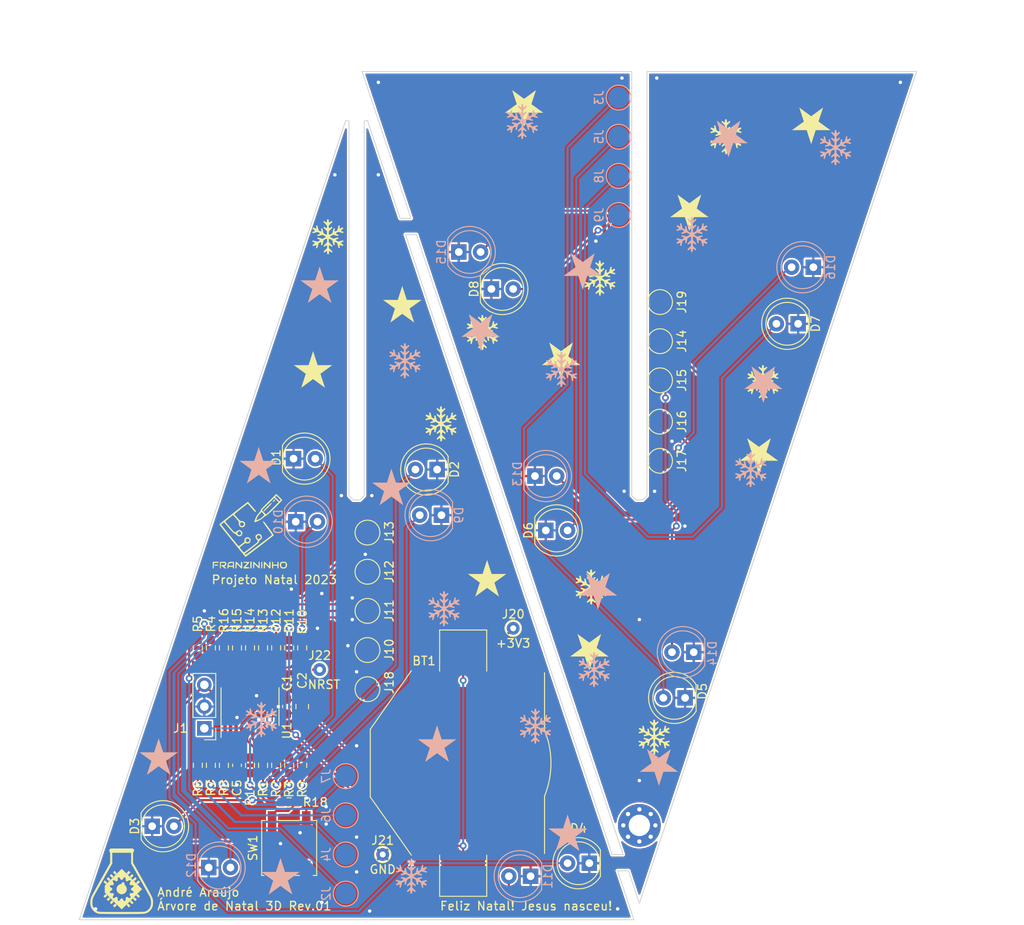
<source format=kicad_pcb>
(kicad_pcb (version 20221018) (generator pcbnew)
  (title_block (title "Projeto Natal 2023 - Árvore de Natal 3D") (date "2023-11-21") (rev "01") (company "Franzininho /  Mechatronix Lab") (comment 1 "Eng. André A. M. Araújo"))
  (layers (0 "F.Cu" signal) (31 "B.Cu" signal) (34 "B.Paste" user) (35 "F.Paste" user) (36 "B.SilkS" user "B.Silkscreen") (37 "F.SilkS" user "F.Silkscreen") (38 "B.Mask" user) (39 "F.Mask" user) (44 "Edge.Cuts" user))
  (net 0 "")
  (net 1 "+3V3")
  (net 2 "GND")
  (net 3 "LED1")
  (net 4 "Net-(U1-NRST{slash}PD7)")
  (net 5 "LED2")
  (net 6 "SWIO")
  (net 7 "LED3")
  (net 8 "Net-(U1-OSC_IN{slash}PA1)")
  (net 9 "LED4")
  (net 10 "Net-(U1-OSC_OUT{slash}PA2)")
  (net 11 "LED5")
  (net 12 "Net-(U1-PD0)")
  (net 13 "LED6")
  (net 14 "Net-(U1-PC3)")
  (net 15 "LED7")
  (net 16 "Net-(U1-PC4)")
  (net 17 "LED8")
  (net 18 "Net-(U1-PC5)")
  (net 19 "LED9")
  (net 20 "Net-(U1-PC6)")
  (net 21 "LED10")
  (net 22 "Net-(U1-PC7)")
  (net 23 "Net-(U1-PC0)")
  (net 24 "LED11")
  (net 25 "Net-(U1-PD2)")
  (net 26 "LED12")
  (net 27 "Net-(U1-PD3)")
  (net 28 "LED13")
  (net 29 "Net-(U1-PD4)")
  (net 30 "LED14")
  (net 31 "Net-(U1-PD5)")
  (net 32 "LED15")
  (net 33 "Net-(U1-PD6)")
  (net 34 "LED16")
  (net 35 "Net-(U1-PC1)")
  (net 36 "Net-(U1-PC2)")
  (net 37 "Net-(D5-A)")
  (net 38 "Net-(D6-A)")
  (net 39 "Net-(D7-A)")
  (net 40 "Net-(D8-A)")
  (net 41 "Net-(D13-A)")
  (net 42 "Net-(D14-A)")
  (net 43 "Net-(D15-A)")
  (net 44 "Net-(D16-A)")
  (footprint "TestPoint:TestPoint_Pad_D2.5mm" (layer "F.Cu") (at 185.293 78.994)
    (fp_text reference "J16")
    (fp_text value "TestPoint")
  )
  (footprint "Resistor_SMD:R_0603_1608Metric_Pad0.98x0.95mm_HandSolder" (layer "F.Cu") (at 137.414 119.126 90)
    (fp_text reference "R17")
    (fp_text value "10K")
  )
  (footprint "LED_THT:LED_D5.0mm" (layer "F.Cu") (at 142.494 83.312)
    (fp_text reference "D1")
    (fp_text value "LED R")
  )
  (footprint "LOGO" (layer "F.Cu") (at 178.308 62.23)
    (fp_text reference "G***" hide)
    (fp_text value "LOGO" hide)
  )
  (footprint "Resistor_SMD:R_0603_1608Metric_Pad0.98x0.95mm_HandSolder" (layer "F.Cu") (at 135.89 105.41 90)
    (fp_text reference "R15")
    (fp_text value "1K")
  )
  (footprint "TestPoint:TestPoint_Pad_D2.5mm" (layer "F.Cu") (at 151.13 105.664)
    (fp_text reference "J10")
    (fp_text value "TestPoint")
  )
  (footprint "LED_THT:LED_D5.0mm" (layer "F.Cu") (at 125.984 126.238)
    (fp_text reference "D3")
    (fp_text value "LED B")
  )
  (footprint "Capacitor_SMD:C_0603_1608Metric_Pad1.08x0.95mm_HandSolder" (layer "F.Cu") (at 141.732 112.268 -90)
    (fp_text reference "C1")
    (fp_text value "100nF")
  )
  (footprint "LOGO" (layer "F.Cu") (at 165.1 97.282)
    (fp_text reference "G***" hide)
    (fp_text value "LOGO" hide)
  )
  (footprint "Resistor_SMD:R_0603_1608Metric_Pad0.98x0.95mm_HandSolder" (layer "F.Cu") (at 141.986 105.41 90)
    (fp_text reference "R11")
    (fp_text value "1K")
  )
  (footprint "LED_THT:LED_D5.0mm" (layer "F.Cu") (at 201.422 67.564 180)
    (fp_text reference "D7")
    (fp_text value "LED B")
  )
  (footprint "LOGO" (layer "F.Cu") (at 202.946 44.45 180)
    (fp_text reference "G***" hide)
    (fp_text value "LOGO" hide)
  )
  (footprint "TestPoint:TestPoint_Pad_D2.5mm" (layer "F.Cu") (at 151.13 110.236)
    (fp_text reference "J18")
    (fp_text value "TestPoint")
  )
  (footprint "Resistor_SMD:R_0603_1608Metric_Pad0.98x0.95mm_HandSolder" (layer "F.Cu") (at 134.366 105.41 90)
    (fp_text reference "R16")
    (fp_text value "1K")
  )
  (footprint "Resistor_SMD:R_0603_1608Metric_Pad0.98x0.95mm_HandSolder" (layer "F.Cu") (at 134.366 119.126 90)
    (fp_text reference "R8")
    (fp_text value "1K")
  )
  (footprint "Battery:BatteryHolder_Keystone_3002_1x2032" (layer "F.Cu") (at 162.306 118.872 -90)
    (fp_text reference "BT1")
    (fp_text value "Battery_Cell")
  )
  (footprint "TestPoint:TestPoint_Pad_D2.5mm" (layer "F.Cu") (at 185.293 74.168)
    (fp_text reference "J15")
    (fp_text value "TestPoint")
  )
  (footprint "LOGO" (layer "F.Cu") (at 184.658 115.824)
    (fp_text reference "G***" hide)
    (fp_text value "LOGO" hide)
  )
  (footprint "TestPoint:TestPoint_THTPad_D1.5mm_Drill0.7mm" (layer "F.Cu") (at 145.542 107.95)
    (fp_text reference "J22")
    (fp_text value "NRST")
  )
  (footprint "Resistor_SMD:R_0603_1608Metric_Pad0.98x0.95mm_HandSolder" (layer "F.Cu") (at 132.842 105.41 -90)
    (fp_text reference "R4")
    (fp_text value "1K")
  )
  (footprint "Resistor_SMD:R_0603_1608Metric_Pad0.98x0.95mm_HandSolder" (layer "F.Cu") (at 138.938 105.41 90)
    (fp_text reference "R13")
    (fp_text value "1K")
  )
  (footprint "Resistor_SMD:R_0603_1608Metric_Pad0.98x0.95mm_HandSolder" (layer "F.Cu") (at 131.318 119.126 90)
    (fp_text reference "R6")
    (fp_text value "1K")
  )
  (footprint "LED_THT:LED_D5.0mm" (layer "F.Cu") (at 165.603 63.5)
    (fp_text reference "D8")
    (fp_text value "LED Y")
  )
  (footprint "TestPoint:TestPoint_Pad_D2.5mm" (layer "F.Cu") (at 151.13 101.092)
    (fp_text reference "J11")
    (fp_text value "TestPoint")
  )
  (footprint "LOGO" (layer "F.Cu") (at 164.592 68.58)
    (fp_text reference "G***" hide)
    (fp_text value "LOGO" hide)
  )
  (footprint "LED_THT:LED_D5.0mm" (layer "F.Cu") (at 177.038 130.556 180)
    (fp_text reference "D4")
    (fp_text value "LED Y")
  )
  (footprint "LED_THT:LED_D5.0mm" (layer "F.Cu") (at 159.263 84.582 180)
    (fp_text reference "D2")
    (fp_text value "LED G")
  )
  (footprint "LOGO" (layer "F.Cu") (at 177.038 105.918 180)
    (fp_text reference "G***" hide)
    (fp_text value "LOGO" hide)
  )
  (footprint "LED_THT:LED_D5.0mm" (layer "F.Cu") (at 171.958 91.694)
    (fp_text reference "D6")
    (fp_text value "LED G")
  )
  (footprint "Button_Switch_SMD:SW_Push_1P1T_NO_CK_KSC6xxJ" (layer "F.Cu") (at 141.986 128.778 -90)
    (fp_text reference "SW1")
    (fp_text value "SW_Push")
  )
  (footprint "Resistor_SMD:R_0603_1608Metric_Pad0.98x0.95mm_HandSolder" (layer "F.Cu") (at 138.938 119.126 90)
    (fp_text reference "R1")
    (fp_text value "1K")
  )
  (footprint "TestPoint:TestPoint_Pad_D2.5mm" (layer "F.Cu") (at 151.13 96.52)
    (fp_text reference "J12")
    (fp_text value "TestPoint")
  )
  (footprint "Connector_PinHeader_2.54mm:PinHeader_1x03_P2.54mm_Vertical" (layer "F.Cu") (at 132.08 114.808 180)
    (fp_text reference "J1")
    (fp_text value "Conn_01x03_Pin")
  )
  (footprint "Resistor_SMD:R_0603_1608Metric_Pad0.98x0.95mm_HandSolder" (layer "F.Cu") (at 140.462 105.41 90)
    (fp_text reference "R12")
    (fp_text value "1K")
  )
  (footprint "LOGO" (layer "F.Cu") (at 137.414 91.948)
    (fp_text reference "G***" hide)
    (fp_text value "LOGO" hide)
  )
  (footprint "LOGO" (layer "F.Cu") (at 188.722 54.61 180)
    (fp_text reference "G***" hide)
    (fp_text value "LOGO" hide)
  )
  (footprint "LOGO" (layer "F.Cu") (at 146.558 57.404)
    (fp_text reference "G***" hide)
    (fp_text value "LOGO" hide)
  )
  (footprint "Resistor_SMD:R_0603_1608Metric_Pad0.98x0.95mm_HandSolder" (layer "F.Cu") (at 141.986 123.444 180)
    (fp_text reference "R18")
    (fp_text value "10K")
  )
  (footprint "TestPoint:TestPoint_Pad_D2.5mm" (layer "F.Cu") (at 185.293 69.596)
    (fp_text reference "J14")
    (fp_text value "TestPoint")
  )
  (footprint "Capacitor_SMD:C_0805_2012Metric_Pad1.18x1.45mm_HandSolder" (layer "F.Cu") (at 143.51 112.268 90)
    (fp_text reference "C2")
    (fp_text value "10uF")
  )
  (footprint "LOGO" (layer "F.Cu") (at 196.85 83.058 180)
    (fp_text reference "G***" hide)
    (fp_text value "LOGO" hide)
  )
  (footprint "Resistor_SMD:R_0603_1608Metric_Pad0.98x0.95mm_HandSolder" (layer "F.Cu") (at 131.318 105.41 -90)
    (fp_text reference "R5")
    (fp_text value "1K")
  )
  (footprint "LOGO" (layer "F.Cu") (at 155.194 65.278)
    (fp_text reference "G***" hide)
    (fp_text value "LOGO" hide)
  )
  (footprint "LOGO" (layer "F.Cu") (at 169.418 42.418 180)
    (fp_text reference "G***" hide)
    (fp_text value "LOGO" hide)
  )
  (footprint "LOGO" (layer "F.Cu") (at 173.736 71.882 180)
    (fp_text reference "G***" hide)
    (fp_text value "LOGO" hide)
  )
  (footprint "Package_SO:TSSOP-20_4.4x6.5mm_P0.65mm" (layer "F.Cu") (at 137.414 112.268 90)
    (fp_text reference "U1")
    (fp_text value "CH32V003F4P6")
  )
  (footprint "Resistor_SMD:R_0603_1608Metric_Pad0.98x0.95mm_HandSolder" (layer "F.Cu") (at 140.462 119.126 90)
    (fp_text reference "R2")
    (fp_text value "1K")
  )
  (footprint "Resistor_SMD:R_0603_1608Metric_Pad0.98x0.95mm_HandSolder" (layer "F.Cu") (at 141.986 119.126 90)
    (fp_text reference "R3")
    (fp_text value "1K")
  )
  (footprint "LOGO" (layer "F.Cu") (at 177.292 98.298)
    (fp_text reference "G***" hide)
    (fp_text value "LOGO" hide)
  )
  (footprint "Resistor_SMD:R_0603_1608Metric_Pad0.98x0.95mm_HandSolder" (layer "F.Cu") (at 132.842 119.126 90)
    (fp_text reference "R7")
    (fp_text value "1K")
  )
  (footprint "TestPoint:TestPoint_Pad_D2.5mm" (layer "F.Cu") (at 185.293 83.566)
    (fp_text reference "J17")
    (fp_text value "TestPoint")
  )
  (footprint "TestPoint:TestPoint_THTPad_D1.5mm_Drill0.7mm" (layer "F.Cu") (at 152.908 129.54)
    (fp_text reference "J21")
    (fp_text value "GND")
  )
  (footprint "TestPoint:TestPoint_Pad_D2.5mm" (layer "F.Cu") (at 185.293 65.024)
    (fp_text reference "J19")
    (fp_text value "TestPoint")
  )
  (footprint "Resistor_SMD:R_0603_1608Metric_Pad0.98x0.95mm_HandSolder" (layer "F.Cu") (at 143.51 119.126 -90)
    (fp_text reference "R9")
    (fp_text value "1K")
  )
  (footprint "LED_THT:LED_D5.0mm" (layer "F.Cu") (at 188.219 111.252 180)
    (fp_text reference "D5")
    (fp_text value "LED R")
  )
  (footprint "Resistor_SMD:R_0603_1608Metric_Pad0.98x0.95mm_HandSolder" (layer "F.Cu") (at 143.51 105.41 90)
    (fp_text reference "R10")
    (fp_text value "1K")
  )
  (footprint "LOGO" (layer "F.Cu") (at 193.04 45.72)
    (fp_text reference "G***" hide)
    (fp_text value "LOGO" hide)
  )
  (footprint "LOGO" (layer "F.Cu") (at 197.358 74.422)
    (fp_text reference "G***" hide)
    (fp_text value "LOGO" hide)
  )
  (footprint "TestPoint:TestPoint_THTPad_D1.5mm_Drill0.7mm" (layer "F.Cu") (at 168.148 103.124)
    (fp_text reference "J20")
    (fp_text value "+3V3")
  )
  (footprint "TestPoint:TestPoint_Pad_D2.5mm" (layer "F.Cu") (at 151.13 91.948)
    (fp_text reference "J13")
    (fp_text value "TestPoint")
  )
  (footprint "MountingHole:MountingHole_2.5mm_Pad_Via" (layer "F.Cu") (at 182.88 126.141)
    (fp_text reference "H1" hide)
    (fp_text value "MountingHole")
  )
  (footprint "LOGO" (layer "F.Cu") (at 159.766 79.248)
    (fp_text reference "G***" hide)
    (fp_text value "LOGO" hide)
  )
  (footprint "Capacitor_SMD:C_0603_1608Metric_Pad1.08x0.95mm_HandSolder" (layer "F.Cu") (at 135.89 119.126 90)
    (fp_text reference "C5")
    (fp_text value "100nF")
  )
  (footprint "LOGO" (layer "F.Cu") (at 144.78 72.898)
    (fp_text reference "G***" hide)
    (fp_text value "LOGO" hide)
  )
  (footprint "LOGO" (layer "F.Cu") (at 122.428 133.096)
    (fp_text reference "G***" hide)
    (fp_text value "LOGO" hide)
  )
  (footprint "Resistor_SMD:R_0603_1608Metric_Pad0.98x0.95mm_HandSolder" (layer "F.Cu") (at 137.414 105.41 90)
    (fp_text reference "R14")
    (fp_text value "1K")
  )
  (footprint "LOGO" (layer "B.Cu") (at 177.546 107.95 180)
    (fp_text reference "G***" hide)
    (fp_text value "LOGO" hide)
  )
  (footprint "LOGO" (layer "B.Cu") (at 145.542 62.992 180)
    (fp_text reference "G***" hide)
    (fp_text value "LOGO" hide)
  )
  (footprint "LOGO" (layer "B.Cu") (at 126.746 118.11 180)
    (fp_text reference "G***" hide)
    (fp_text value "LOGO" hide)
  )
  (footprint "LOGO" (layer "B.Cu") (at 138.43 84.074 180)
    (fp_text reference "G***" hide)
    (fp_text value "LOGO" hide)
  )
  (footprint "TestPoint:TestPoint_Pad_D2.5mm" (layer "B.Cu") (at 180.467 54.864 180)
    (fp_text reference "J9")
    (fp_text value "TestPoint")
  )
  (footprint "LOGO" (layer "B.Cu") (at 205.74 46.99 180)
    (fp_text reference "G***" hide)
    (fp_text value "LOGO" hide)
  )
  (footprint "LOGO" (layer "B.Cu") (at 156.21 132.08 180)
    (fp_text reference "G***" hide)
    (fp_text value "LOGO" hide)
  )
  (footprint "LOGO" (layer "B.Cu") (at 159.258 116.586 180)
    (fp_text reference "G***" hide)
    (fp_text value "LOGO" hide)
  )
  (footprint "LOGO" (layer "B.Cu") (at 197.358 74.676)
    (fp_text reference "G***" hide)
    (fp_text value "LOGO" hide)
  )
  (footprint "LOGO" (layer "B.Cu") (at 185.166 119.38)
    (fp_text reference "G***" hide)
    (fp_text value "LOGO" hide)
  )
  (footprint "TestPoint:TestPoint_Pad_D2.5mm" (layer "B.Cu") (at 148.59 120.396 180)
    (fp_text reference "J7")
    (fp_text value "TestPoint")
  )
  (footprint "LOGO" (layer "B.Cu") (at 173.736 72.898 180)
    (fp_text reference "G***" hide)
    (fp_text value "LOGO" hide)
  )
  (footprint "TestPoint:TestPoint_Pad_D2.5mm" (layer "B.Cu") (at 148.59 124.968 180)
    (fp_text reference "J6")
    (fp_text value "TestPoint")
  )
  (footprint "LOGO" (layer "B.Cu") (at 155.448 71.882 180)
    (fp_text reference "G***" hide)
    (fp_text value "LOGO" hide)
  )
  (footprint "TestPoint:TestPoint_Pad_D2.5mm" (layer "B.Cu") (at 180.467 50.292 180)
    (fp_text reference "J8")
    (fp_text value "TestPoint")
  )
  (footprint "LED_THT:LED_D5.0mm" (layer "B.Cu") (at 170.688 85.344)
    (fp_text reference "D13")
    (fp_text value "LED R")
  )
  (footprint "LED_THT:LED_D5.0mm" (layer "B.Cu") (at 132.588 131.064)
    (fp_text reference "D12")
    (fp_text value "LED Y")
  )
  (footprint "LED_THT:LED_D5.0mm" (layer "B.Cu") (at 189.23 105.918 180)
    (fp_text reference "D14")
    (fp_text value "LED G")
  )
  (footprint "LOGO" (layer "B.Cu") (at 140.97 132.08 180)
    (fp_text reference "G***" hide)
    (fp_text value "LOGO" hide)
  )
  (footprint "TestPoint:TestPoint_Pad_D2.5mm" (layer "B.Cu") (at 148.59 129.54 180)
    (fp_text reference "J4")
    (fp_text value "TestPoint")
  )
  (footprint "LOGO" (layer "B.Cu") (at 195.834 84.582 180)
    (fp_text reference "G***" hide)
    (fp_text value "LOGO" hide)
  )
  (footprint "LED_THT:LED_D5.0mm" (layer "B.Cu") (at 203.2 60.96 180)
    (fp_text reference "D16")
    (fp_text value "LED Y")
  )
  (footprint "LED_THT:LED_D5.0mm" (layer "B.Cu") (at 161.798 59.182)
    (fp_text reference "D15")
    (fp_text value "LED B")
  )
  (footprint "TestPoint:TestPoint_Pad_D2.5mm" (layer "B.Cu") (at 148.59 134.112 180)
    (fp_text reference "J2")
    (fp_text value "TestPoint")
  )
  (footprint "LOGO" (layer "B.Cu") (at 160.02 100.838 180)
    (fp_text reference "G***" hide)
    (fp_text value "LOGO" hide)
  )
  (footprint "LOGO" (layer "B.Cu") (at 170.688 114.554 180)
    (fp_text reference "G***" hide)
    (fp_text value "LOGO" hide)
  )
  (footprint "LED_THT:LED_D5.0mm" (layer "B.Cu") (at 170.18 132.08 180)
    (fp_text reference "D11")
    (fp_text value "LED B")
  )
  (footprint "LOGO" (layer "B.Cu") (at 164.338 68.58)
    (fp_text reference "G***" hide)
    (fp_text value "LOGO" hide)
  )
  (footprint "LOGO" (layer "B.Cu") (at 169.164 43.942 180)
    (fp_text reference "G***" hide)
    (fp_text value "LOGO" hide)
  )
  (footprint "TestPoint:TestPoint_Pad_D2.5mm" (layer "B.Cu") (at 180.467 41.148 180)
    (fp_text reference "J3")
    (fp_text value "TestPoint")
  )
  (footprint "TestPoint:TestPoint_Pad_D2.5mm" (layer "B.Cu") (at 180.467 45.72 180)
    (fp_text reference "J5")
    (fp_text value "TestPoint")
  )
  (footprint "LED_THT:LED_D5.0mm" (layer "B.Cu") (at 142.748 90.678)
    (fp_text reference "D10")
    (fp_text value "LED G")
  )
  (footprint "LOGO" (layer "B.Cu") (at 174.498 127 180)
    (fp_text reference "G***" hide)
    (fp_text value "LOGO" hide)
  )
  (footprint "LOGO" (layer "B.Cu") (at 193.294 45.974)
    (fp_text reference "G***" hide)
    (fp_text value "LOGO" hide)
  )
  (footprint "LOGO" (layer "B.Cu") (at 153.924 86.614 180)
    (fp_text reference "G***" hide)
    (fp_text value "LOGO" hide)
  )
  (footprint "LOGO" (layer "B.Cu") (at 178.054 98.806)
    (fp_text reference "G***" hide)
    (fp_text value "LOGO" hide)
  )
  (footprint "LED_THT:LED_D5.0mm" (layer "B.Cu") (at 159.771 89.916 180)
    (fp_text reference "D9")
    (fp_text value "LED R")
  )
  (footprint "LOGO" (layer "B.Cu") (at 176.276 61.468)
    (fp_text reference "G***" hide)
    (fp_text value "LOGO" hide)
  )
  (footprint "LOGO" (layer "B.Cu") (at 188.976 57.15 180)
    (fp_text reference "G***" hide)
    (fp_text value "LOGO" hide)
  )
  (footprint "LOGO" (layer "B.Cu") (at 138.684 113.792 180)
    (fp_text reference "G***" hide)
    (fp_text value "LOGO" hide)
  )
  (gr_poly (pts (xy 155.575 57.15) (xy 156.845 57.15) (xy 180.975 129.54) (xy 179.705 129.54)) (stroke (width 0.1)) (fill none) (layer "Edge.Cuts"))
  (gr_poly (pts (xy 181.61 131.445) (xy 180.34 131.445) (xy 182.245 137.16) (xy 117.475 137.16) (xy 148.59 43.815) (xy 148.844 43.815) (xy 148.971 43.942) (xy 148.971 87.63) (xy 149.479 88.138) (xy 150.241 88.138) (xy 150.749 87.63) (xy 150.749 43.942) (xy 150.876 43.815) (xy 151.13 43.815) (xy 154.94 55.245) (xy 156.21 55.245) (xy 150.495 38.1) (xy 181.991 38.1) (xy 181.991 87.63) (xy 182.499 88.138) (xy 183.261 88.138) (xy 183.769 87.63) (xy 183.769 38.1) (xy 215.265 38.1) (xy 182.88 135.255)) (stroke (width 0.1)) (fill none) (layer "Edge.Cuts"))
  (gr_text "Feliz Natal! Jesus nasceu!" (at 159.512 136.144) (layer "F.SilkS") (effects (font (size 1 1)) (justify left bottom)))
  (gr_text "André Araújo\nÁrvore de Natal 3D Rev.01" (at 126.492 136.144) (layer "F.SilkS") (effects (font (size 1 1)) (justify left bottom)))
  (gr_text "Projeto Natal 2023" (at 132.842 98.044) (layer "F.SilkS") (effects (font (size 1 1)) (justify left bottom)))
  (segment (start 167.232 104.04) (end 168.148 103.124) (width 0.25) (layer "F.Cu") (net 1))
  (segment (start 137.414 121.412) (end 139.446 123.444) (width 0.25) (layer "F.Cu") (net 1))
  (segment (start 163.068 104.04) (end 167.232 104.04) (width 0.25) (layer "F.Cu") (net 1))
  (segment (start 151.892 120.524396) (end 144.397604 113.03) (width 0.25) (layer "F.Cu") (net 1))
  (segment (start 140.462 113.03) (end 139.7 113.792) (width 0.25) (layer "F.Cu") (net 1))
  (segment (start 139.446 123.444) (end 141.0735 123.444) (width 0.25) (layer "F.Cu") (net 1))
  (segment (start 162.306 131.672) (end 162.306 128.524) (width 0.25) (layer "F.Cu") (net 1))
  (segment (start 151.892 122.682) (end 151.892 120.524396) (width 0.25) (layer "F.Cu") (net 1))
  (segment (start 139.689 113.803) (end 139.689 115.1305) (width 0.25) (layer "F.Cu") (net 1))
  (segment (start 162.306 109.22) (end 162.306 106.072) (width 0.25) (layer "F.Cu") (net 1))
  (segment (start 162.306 128.524) (end 157.734 128.524) (width 0.25) (layer "F.Cu") (net 1))
  (segment (start 137.414 121.412) (end 137.414 120.0385) (width 0.25) (layer "F.Cu") (net 1))
  (segment (start 157.734 128.524) (end 151.892 122.682) (width 0.25) (layer "F.Cu") (net 1))
  (segment (start 139.7 113.792) (end 139.689 113.803) (width 0.25) (layer "F.Cu") (net 1))
  (segment (start 144.397604 113.03) (end 140.462 113.03) (width 0.25) (layer "F.Cu") (net 1))
  (via (at 162.306 128.524) (size 0.8) (drill 0.4) (layers "F.Cu" "B.Cu") (net 1))
  (via (at 137.414 121.412) (size 0.8) (drill 0.4) (layers "F.Cu" "B.Cu") (net 1))
  (via (at 139.7 113.792) (size 0.8) (drill 0.4) (layers "F.Cu" "B.Cu") (net 1))
  (via (at 162.306 109.22) (size 0.8) (drill 0.4) (layers "F.Cu" "B.Cu") (net 1))
  (segment (start 138.938 113.03) (end 139.7 113.792) (width 0.25) (layer "B.Cu") (net 1))
  (segment (start 162.306 128.524) (end 162.306 109.22) (width 0.25) (layer "B.Cu") (net 1))
  (segment (start 132.08 114.808) (end 136.144 114.808) (width 0.25) (layer "B.Cu") (net 1))
  (segment (start 137.922 113.03) (end 138.938 113.03) (width 0.25) (layer "B.Cu") (net 1))
  (segment (start 137.414 121.412) (end 137.414 116.078) (width 0.25) (layer "B.Cu") (net 1))
  (segment (start 137.414 116.078) (end 139.7 113.792) (width 0.25) (layer "B.Cu") (net 1))
  (segment (start 136.144 114.808) (end 137.922 113.03) (width 0.25) (layer "B.Cu") (net 1))
  (segment (start 143.256 111.2305) (end 143.5315 111.506) (width 0.25) (layer "F.Cu") (net 2))
  (segment (start 140.716 111.506) (end 142.9805 111.506) (width 0.25) (layer "F.Cu") (net 2))
  (segment (start 142.748 89.164) (end 142.753 89.159) (width 0.25) (layer "F.Cu") (net 2))
  (segment (start 191.262 96.012) (end 191.262 70.358) (width 0.25) (layer "F.Cu") (net 2))
  (segment (start 191.008 68.983794) (end 193.189794 66.802) (width 0.25) (layer "F.Cu") (net 2))
  (segment (start 155.194 56.642) (end 154.686 57.15) (width 0.25) (layer "F.Cu") (net 2))
  (segment (start 132.588 133.604) (end 135.128 136.144) (width 0.25) (layer "F.Cu") (net 2))
  (segment (start 171.958 97.282) (end 171.958 88.646) (width 0.25) (layer "F.Cu") (net 2))
  (segment (start 201.676 63.246) (end 202.946 63.246) (width 0.25) (layer "F.Cu") (net 2))
  (segment (start 200.66 63.246) (end 201.676 63.246) (width 0.25) (layer "F.Cu") (net 2))
  (segment (start 143.5315 111.506) (end 143.7855 111.252) (width 0.25) (layer "F.Cu") (net 2))
  (segment (start 151.13 110.236) (end 150.114 111.252) (width 0.25) (layer "F.Cu") (net 2))
  (segment (start 189.23 103.632) (end 191.135 101.727) (width 0.25) (layer "F.Cu") (net 2))
  (segment (start 162.56 115.47) (end 162.46 115.57) (width 0.25) (layer "F.Cu") (net 2))
  (segment (start 177.038 126.238) (end 176.022 125.222) (width 0.25) (layer "F.Cu") (net 2))
  (segment (start 191.135 96.139) (end 191.262 96.012) (width 0.25) (layer "F.Cu") (net 2))
  (segment (start 135.128 136.144) (end 151.384 136.144) (width 0.25) (layer "F.Cu") (net 2))
  (segment (start 189.23 105.156) (end 189.23 106.934) (width 0.25) (layer "F.Cu") (net 2))
  (segment (start 191.008 69.088) (end 191.008 68.983794) (width 0.25) (layer "F.Cu") (net 2))
  (segment (start 188.722 108.458) (end 187.071 108.458) (width 0.25) (layer "F.Cu") (net 2))
  (segment (start 165.608 63.505) (end 165.603 63.5) (width 0.25) (layer "F.Cu") (net 2))
  (segment (start 169.164 136.144) (end 170.18 135.128) (width 0.25) (layer "F.Cu") (net 2))
  (segment (start 197.104 66.802) (end 200.66 63.246) (width 0.25) (layer "F.Cu") (net 2))
  (segment (start 188.219 111.252) (end 188.214 111.247) (width 0.25) (layer "F.Cu") (net 2))
  (segment (start 177.038 130.556) (end 177.038 126.238) (width 0.25) (layer "F.Cu") (net 2))
  (segment (start 171.704 128.524) (end 171.704 125.222) (width 0.25) (layer "F.Cu") (net 2))
  (segment (start 170.18 130.048) (end 171.704 128.524) (width 0.25) (layer "F.Cu") (net 2))
  (segment (start 159.258 76.835) (end 159.258 87.376) (width 0.25) (layer "F.Cu") (net 2))
  (segment (start 161.798 62.23) (end 161.798 57.658) (width 0.25) (layer "F.Cu") (net 2))
  (segment (start 149.352 115.57) (end 145.034 111.252) (width 0.25) (layer "F.Cu") (net 2))
  (segment (start 187.071 108.458) (end 178.181 99.568) (width 0.25) (layer "F.Cu") (net 2))
  (segment (start 150.114 111.252) (end 143.7855 111.252) (width 0.25) (layer "F.Cu") (net 2))
  (segment (start 138.43 113.792) (end 140.716 111.506) (width 0.25) (layer "F.Cu") (net 2))
  (segment (start 189.992 69.088) (end 191.008 69.088) (width 0.25) (layer "F.Cu") (net 2))
  (segment (start 171.704 125.222) (end 171.704 124.714) (width 0.25) (layer "F.Cu") (net 2))
  (segment (start 202.946 63.246) (end 203.2 62.992) (width 0.25) (layer "F.Cu") (net 2))
  (segment (start 170.18 130.048) (end 170.18 132.08) (width 0.25) (layer "F.Cu") (net 2))
  (segment (start 154.686 72.263) (end 159.258 76.835) (width 0.25) (layer "F.Cu") (net 2))
  (segment (start 189.23 106.934) (end 189.23 103.632) (width 0.25) (layer "F.Cu") (net 2))
  (segment (start 201.422 67.564) (end 201.422 63.5) (width 0.25) (layer "F.Cu") (net 2))
  (segment (start 151.384 136.144) (end 169.164 136.144) (width 0.25) (layer "F.Cu") (net 2))
  (segment (start 188.214 108.966) (end 189.23 107.95) (width 0.25) (layer "F.Cu") (net 2))
  (segment (start 161.798 57.658) (end 160.782 56.642) (width 0.25) (layer "F.Cu") (net 2))
  (segment (start 159.258 87.376) (end 159.766 87.884) (width 0.25) (layer "F.Cu") (net 2))
  (segment (start 171.704 124.714) (end 162.56 115.57) (width 0.25) (layer "F.Cu") (net 2))
  (segment (start 189.992 69.088) (end 188.087 67.183) (width 0.25) (layer "F.Cu") (net 2))
  (segment (start 201.422 63.5) (end 201.676 63.246) (width 0.25) (layer "F.Cu") (net 2))
  (segment (start 189.23 107.95) (end 188.722 108.458) (width 0.25) (layer "F.Cu") (net 2))
  (segment (start 142.494 88.9) (end 142.753 89.159) (width 0.25) (layer "F.Cu") (net 2))
  (segment (start 188.214 111.247) (end 188.214 108.966) (width 0.25) (layer "F.Cu") (net 2))
  (segment (start 165.608 67.056) (end 165.608 63.505) (width 0.25) (layer "F.Cu") (net 2))
  (segment (start 203.2 62.992) (end 203.2 60.96) (width 0.25) (layer "F.Cu") (net 2))
  (segment (start 142.753 89.159) (end 146.06 85.852) (width 0.25) (layer "F.Cu") (net 2))
  (segment (start 148.725 88.517) (end 150.995 88.517) (width 0.25) (layer "F.Cu") (net 2))
  (segment (start 163.068 63.5) (end 161.798 62.23) (width 0.25) (layer "F.Cu") (net 2))
  (segment (start 191.135 101.727) (end 191.135 96.139) (width 0.25) (layer "F.Cu") (net 2))
  (segment (start 174.244 99.568) (end 171.958 97.282) (width 0.25) (layer "F.Cu") (net 2))
  (segment (start 160.782 56.642) (end 155.194 56.642) (width 0.25) (layer "F.Cu") (net 2))
  (segment (start 146.06 85.852) (end 148.725 88.517) (width 0.25) (layer "F.Cu") (net 2))
  (segment (start 162.56 115.57) (end 162.56 115.47) (width 0.25) (layer "F.Cu") (net 2))
  (segment (start 185.928 65.024) (end 188.087 67.183) (width 0.25) (layer "F.Cu") (net 2))
  (segment (start 189.23 106.934) (end 189.23 107.95) (width 0.25) (layer "F.Cu") (net 2))
  (segment (start 154.686 57.15) (end 154.686 72.263) (width 0.25) (layer "F.Cu") (net 2))
  (segment (start 165.603 63.5) (end 163.068 63.5) (width 0.25) (layer "F.Cu") (net 2))
  (segment (start 170.688 72.136) (end 165.608 67.056) (width 0.25) (layer "F.Cu") (net 2))
  (segment (start 138.389 113.833) (end 138.43 113.792) (width 0.25) (layer "F.Cu") (net 2))
  (segment (start 178.181 99.568) (end 174.244 99.568) (width 0.25) (layer "F.Cu") (net 2))
  (segment (start 171.958 88.646) (end 170.688 87.376) (width 0.25) (layer "F.Cu") (net 2))
  (segment (start 150.995 88.517) (end 153.66 85.852) (width 0.25) (layer "F.Cu") (net 2))
  (segment (start 135.89 121.412) (end 135.89 119.9885) (width 0.25) (layer "F.Cu") (net 2))
  (segment (start 142.494 83.312) (end 142.494 88.9) (width 0.25) (layer "F.Cu") (net 2))
  (segment (start 142.748 90.678) (end 142.748 89.164) (width 0.25) (layer "F.Cu") (net 2))
  (segment (start 162.46 115.57) (end 149.352 115.57) (width 0.25) (layer "F.Cu") (net 2))
  (segment (start 176.022 125.222) (end 171.704 125.222) (width 0.25) (layer "F.Cu") (net 2))
  (segment (start 170.18 135.128) (end 170.18 132.08) (width 0.25) (layer "F.Cu") (net 2))
  (segment (start 132.588 131.064) (end 132.588 133.604) (width 0.25) (layer "F.Cu") (net 2))
  (segment (start 138.389 115.1305) (end 138.389 113.833) (width 0.25) (layer "F.Cu") (net 2))
  (segment (start 170.688 87.376) (end 170.688 72.136) (width 0.25) (layer "F.Cu") (net 2))
  (segment (start 159.766 87.884) (end 159.766 101.6) (width 0.25) (layer "F.Cu") (net 2))
  (segment (start 193.189794 66.802) (end 197.104 66.802) (width 0.25) (layer "F.Cu") (net 2))
  (segment (start 145.034 111.252) (end 143.7855 111.252) (width 0.25) (layer "F.Cu") (net 2))
  (segment (start 159.766 101.6) (end 151.13 110.236) (width 0.25) (layer "F.Cu") (net 2))
  (segment (start 191.262 70.358) (end 189.992 69.088) (width 0.25) (layer "F.Cu") (net 2))
  (segment (start 142.9805 111.506) (end 143.256 111.2305) (width 0.25) (layer "F.Cu") (net 2))
  (segment (start 165.608 63.495) (end 165.603 63.5) (width 0.25) (layer "F.Cu") (net 2))
  (via (at 144.018 122.936) (size 0.8) (drill 0.4) (layers "F.Cu" "B.Cu") (net 2))
  (via (at 119.38 135.89) (size 0.8) (drill 0.4) (layers "F.Cu" "B.Cu") (net 2))
  (via (at 182.88 102.108) (size 0.8) (drill 0.4) (layers "F.Cu" "B.Cu") (net 2))
  (via (at 149.86 127.508) (size 0.8) (drill 0.4) (layers "F.Cu" "B.Cu") (net 2))
  (via (at 149.86 131.572) (size 0.8) (drill 0.4) (layers "F.Cu" "B.Cu") (net 2))
  (via (at 147.32 50.165) (size 0.8) (drill 0.4) (layers "F.Cu" "B.Cu") (net 2))
  (via (at 151.384 136.144) (size 0.8) (drill 0.4) (layers "F.Cu" "B.Cu") (net 2))
  (via (at 181.102 87.122) (size 0.8) (drill 0.4) (layers "F.Cu" "B.Cu") (net 2))
  (via (at 138.43 113.792) (size 0.8) (drill 0.4) (layers "F.Cu" "B.Cu") (net 2))
  (via (at 149.352 102.108) (size 0.8) (drill 0.4) (layers "F.Cu" "B.Cu") (net 2))
  (via (at 132.08 101.092) (size 0.8) (drill 0.4) (layers "F.Cu" "B.Cu") (net 2))
  (via (at 143.256 127) (size 0.8) (drill 0.4) (layers "F.Cu" "B.Cu") (net 2))
  (via (at 140.716 112.268) (size 0.8) (drill 0.4) (layers "F.Cu" "B.Cu") (net 2))
  (via (at 138.176 110.998) (size 0.8) (drill 0.4) (layers "F.Cu" "B.Cu") (net 2))
  (via (at 149.86 116.84) (size 0.8) (drill 0.4) (layers "F.Cu" "B.Cu") (net 2))
  (via (at 145.796 135.128) (size 0.8) (drill 0.4) (layers "F.Cu" "B.Cu") (net 2))
  (via (at 146.304 123.952) (size 0.8) (drill 0.4) (layers "F.Cu" "B.Cu") (net 2))
  (via (at 184.912 38.862) (size 0.8) (drill 0.4) (layers "F.Cu" "B.Cu") (net 2))
  (via (at 152.4 39.37) (size 0.8) (drill 0.4) (layers "F.Cu" "B.Cu") (net 2))
  (via (at 145.796 99.06) (size 0.8) (drill 0.4) (layers "F.Cu" "B.Cu") (net 2))
  (via (at 149.86 108.204) (size 0.8) (drill 0.4) (layers "F.Cu" "B.Cu") (net 2))
  (via (at 182.88 120.904) (size 0.8) (drill 0.4) (layers "F.Cu" "B.Cu") (net 2))
  (via (at 140.97 128.27) (size 0.8) (drill 0.4) (layers "F.Cu" "B.Cu") (net 2))
  (via (at 148.082 87.63) (size 0.8) (drill 0.4) (layers "F.Cu" "B.Cu") (net 2))
  (via (at 186.69 81.28) (size 0.8) (drill 0.4) (layers "F.Cu" "B.Cu") (net 2))
  (via (at 149.352 99.568) (size 0.8) (drill 0.4) (layers "F.Cu" "B.Cu") (net 2))
  (via (at 184.658 87.122) (size 0.8) (drill 0.4) (layers "F.Cu" "B.Cu") (net 2))
  (via (at 148.844 105.156) (size 0.8) (drill 0.4) (layers "F.Cu" "B.Cu") (net 2))
  (via (at 188.197503 91.186) (size 0.8) (drill 0.4) (layers "F.Cu" "B.Cu") (net 2))
  (via (at 180.34 135.89) (size 0.8) (drill 0.4) (layers "F.Cu" "B.Cu") (net 2))
  (via (at 146.304 125.984) (size 0.8) (drill 0.4) (layers "F.Cu" "B.Cu") (net 2))
  (via (at 177.8 57.912) (size 0.8) (drill 0.4) (layers "F.Cu" "B.Cu") (net 2))
  (via (at 135.89 113.538) (size 0.8) (drill 0.4) (layers "F.Cu" "B.Cu") (net 2))
  (via (at 213.36 39.37) (size 0.8) (drill 0.4) (layers "F.Cu" "B.Cu") (net 2))
  (via (at 151.638 87.63) (size 0.8) (drill 0.4) (layers "F.Cu" "B.Cu") (net 2))
  (via (at 180.848 38.862) (size 0.8) (drill 0.4) (layers "F.Cu" "B.Cu") (net 2))
  (via (at 152.4 50.165) (size 0.8) (drill 0.4) (layers "F.Cu" "B.Cu") (net 2))
  (via (at 142.24 98.552) (size 0.8) (drill 0.4) (layers "F.Cu" "B.Cu") (net 2))
  (via (at 135.89 121.412) (size 0.8) (drill 0.4) (layers "F.Cu" "B.Cu") (net 2))
  (via (at 150.876 94.488) (size 0.8) (drill 0.4) (layers "F.Cu" "B.Cu") (net 2))
  (via (at 145.288 103.124) (size 0.8) (drill 0.4) (layers "F.Cu" "B.Cu") (net 2))
  (segment (start 135.89 121.412) (end 135.89 116.332) (width 0.25) (layer "B.Cu") (net 2))
  (segment (start 135.89 116.332) (end 138.43 113.792) (width 0.25) (layer "B.Cu") (net 2))
  (segment (start 138.938 120.0385) (end 138.938 121.412) (width 0.25) (layer "F.Cu") (net 3))
  (via (at 138.938 121.412) (size 0.8) (drill 0.4) (layers "F.Cu" "B.Cu") (net 3))
  (segment (start 147.066 85.344) (end 145.034 83.312) (width 0.25) (layer "B.Cu") (net 3))
  (segment (start 147.066 113.284) (end 147.066 85.344) (width 0.25) (layer "B.Cu") (net 3))
  (segment (start 138.938 121.412) (end 147.066 113.284) (width 0.25) (layer "B.Cu") (net 3))
  (segment (start 136.439 117.561) (end 135.89 118.11) (width 0.25) (layer "F.Cu") (net 4))
  (segment (start 140.716 110.998) (end 143.764 107.95) (width 0.25) (layer "F.Cu") (net 4))
  (segment (start 143.764 107.95) (end 145.542 107.95) (width 0.25) (layer "F.Cu") (net 4))
  (segment (start 137.414 118.2135) (end 135.94 118.2135) (width 0.25) (layer "F.Cu") (net 4))
  (segment (start 139.7 110.998) (end 140.716 110.998) (width 0.25) (layer "F.Cu") (net 4))
  (segment (start 136.439 114.259) (end 139.7 110.998) (width 0.25) (layer "F.Cu") (net 4))
  (segment (start 136.439 115.1305) (end 136.439 114.259) (width 0.25) (layer "F.Cu") (net 4))
  (segment (start 135.94 118.2135) (end 135.89 118.2635) (width 0.25) (layer "F.Cu") (net 4))
  (segment (start 135.89 118.11) (end 135.89 118.2635) (width 0.25) (layer "F.Cu") (net 4))
  (segment (start 136.439 115.1305) (end 136.439 117.561) (width 0.25) (layer "F.Cu") (net 4))
  (segment (start 140.462 120.0385) (end 140.462 121.412) (width 0.25) (layer "F.Cu") (net 5))
  (via (at 140.462 121.412) (size 0.8) (drill 0.4) (layers "F.Cu" "B.Cu") (net 5))
  (segment (start 154.432 107.442) (end 154.432 86.873) (width 0.25) (layer "B.Cu") (net 5))
  (segment (start 140.462 121.412) (end 154.432 107.442) (width 0.25) (layer "B.Cu") (net 5))
  (segment (start 154.432 86.873) (end 156.723 84.582) (width 0.25) (layer "B.Cu") (net 5))
  (segment (start 124.46 127.508) (end 124.968 128.016) (width 0.25) (layer "F.Cu") (net 6))
  (segment (start 139.736 124.803) (end 139.736 125.309) (width 0.25) (layer "F.Cu") (net 6))
  (segment (start 139.986 124.936) (end 140.462 124.46) (width 0.25) (layer "F.Cu") (net 6))
  (segment (start 139.954 125.527) (end 139.954 132.535) (width 0.25) (layer "F.Cu") (net 6))
  (segment (start 135.789 110.591) (end 135.636 110.744) (width 0.25) (layer "F.Cu") (net 6))
  (segment (start 139.954 132.535) (end 139.736 132.753) (width 0.25) (layer "F.Cu") (net 6))
  (segment (start 139.736 125.309) (end 139.954 125.527) (width 0.25) (layer "F.Cu") (net 6))
  (segment (start 135.789 109.4055) (end 135.789 110.591) (width 0.25) (layer "F.Cu") (net 6))
  (segment (start 124.46 124.714) (end 124.46 127.508) (width 0.25) (layer "F.Cu") (net 6))
  (segment (start 141.8825 124.46) (end 142.8985 123.444) (width 0.25) (layer "F.Cu") (net 6))
  (segment (start 140.462 124.46) (end 141.8825 124.46) (width 0.25) (layer "F.Cu") (net 6))
  (segment (start 124.968 128.016) (end 139.954 128.016) (width 0.25) (layer "F.Cu") (net 6))
  (segment (start 129.794 119.38) (end 124.46 124.714) (width 0.25) (layer "F.Cu") (net 6))
  (segment (start 133.096 110.744) (end 132.08 109.728) (width 0.25) (layer "F.Cu") (net 6))
  (segment (start 132.08 109.728) (end 129.794 112.014) (width 0.25) (layer "F.Cu") (net 6))
  (segment (start 129.794 112.014) (end 129.794 119.38) (width 0.25) (layer "F.Cu") (net 6))
  (segment (start 139.954 128.016) (end 139.954 125.527) (width 0.25) (layer "F.Cu") (net 6))
  (segment (start 135.636 110.744) (end 133.096 110.744) (width 0.25) (layer "F.Cu") (net 6))
  (segment (start 139.986 125.878) (end 139.986 124.936) (width 0.25) (layer "F.Cu") (net 6))
  (segment (start 141.986 121.412) (end 141.986 120.0385) (width 0.25) (layer "F.Cu") (net 7))
  (segment (start 131.572 123.19) (end 137.668 123.19) (width 0.25) (layer "F.Cu") (net 7))
  (segment (start 128.524 126.238) (end 131.572 123.19) (width 0.25) (layer "F.Cu") (net 7))
  (via (at 137.668 123.19) (size 0.8) (drill 0.4) (layers "F.Cu" "B.Cu") (net 7))
  (via (at 141.986 121.412) (size 0.8) (drill 0.4) (layers "F.Cu" "B.Cu") (net 7))
  (segment (start 137.668 123.19) (end 140.208 123.19) (width 0.25) (layer "B.Cu") (net 7))
  (segment (start 140.208 123.19) (end 141.986 121.412) (width 0.25) (layer "B.Cu") (net 7))
  (segment (start 138.938 118.11) (end 138.938 118.2135) (width 0.25) (layer "F.Cu") (net 8))
  (segment (start 138.684 117.856) (end 138.684 118.11) (width 0.25) (layer "F.Cu") (net 8))
  (segment (start 137.089 116.261) (end 138.684 117.856) (width 0.25) (layer "F.Cu") (net 8))
  (segment (start 137.089 115.1305) (end 137.089 116.261) (width 0.25) (layer "F.Cu") (net 8))
  (segment (start 132.842 104.4975) (end 132.842 103.378) (width 0.25) (layer "F.Cu") (net 9))
  (segment (start 132.842 103.378) (end 132.08 102.616) (width 0.25) (layer "F.Cu") (net 9))
  (via (at 132.08 102.616) (size 0.8) (drill 0.4) (layers "F.Cu" "B.Cu") (net 9))
  (segment (start 155.702 130.556) (end 174.498 130.556) (width 0.25) (layer "B.Cu") (net 9))
  (segment (start 134.874 136.144) (end 150.114 136.144) (width 0.25) (layer "B.Cu") (net 9))
  (segment (start 131.064 132.334) (end 134.874 136.144) (width 0.25) (layer "B.Cu") (net 9))
  (segment (start 132.08 102.616) (end 132.08 104.14) (width 0.25) (layer "B.Cu") (net 9))
  (segment (start 132.08 104.14) (end 128.016 108.204) (width 0.25) (layer "B.Cu") (net 9))
  (segment (start 128.016 122.936) (end 131.064 125.984) (width 0.25) (layer "B.Cu") (net 9))
  (segment (start 131.064 125.984) (end 131.064 132.334) (width 0.25) (layer "B.Cu") (net 9))
  (segment (start 150.114 136.144) (end 155.702 130.556) (width 0.25) (layer "B.Cu") (net 9))
  (segment (start 128.016 108.204) (end 128.016 122.936) (width 0.25) (layer "B.Cu") (net 9))
  (segment (start 137.739 115.1305) (end 137.739 116.084802) (width 0.25) (layer "F.Cu") (net 10))
  (segment (start 137.739 116.084802) (end 139.002198 117.348) (width 0.25) (layer "F.Cu") (net 10))
  (segment (start 140.462 118.11) (end 140.462 118.2135) (width 0.25) (layer "F.Cu") (net 10))
  (segment (start 139.7 117.348) (end 140.462 118.11) (width 0.25) (layer "F.Cu") (net 10))
  (segment (start 139.002198 117.348) (end 139.7 117.348) (width 0.25) (layer "F.Cu") (net 10))
  (segment (start 130.302 108.966) (end 130.302 105.5135) (width 0.25) (layer "F.Cu") (net 11))
  (segment (start 130.302 105.5135) (end 131.318 104.4975) (width 0.25) (layer "F.Cu") (net 11))
  (via (at 130.302 108.966) (size 0.8) (drill 0.4) (layers "F.Cu" "B.Cu") (net 11))
  (segment (start 140.97 126.492) (end 148.59 134.112) (width 0.25) (layer "B.Cu") (net 11))
  (segment (start 130.302 108.966) (end 130.302 121.92) (width 0.25) (layer "B.Cu") (net 11))
  (segment (start 134.874 126.492) (end 140.97 126.492) (width 0.25) (layer "B.Cu") (net 11))
  (segment (start 130.302 121.92) (end 134.874 126.492) (width 0.25) (layer "B.Cu") (net 11))
  (segment (start 139.7 116.84) (end 140.716 116.84) (width 0.25) (layer "F.Cu") (net 12))
  (segment (start 141.986 118.11) (end 141.986 118.2135) (width 0.25) (layer "F.Cu") (net 12))
  (segment (start 139.039 116.179) (end 139.7 116.84) (width 0.25) (layer "F.Cu") (net 12))
  (segment (start 139.039 115.1305) (end 139.039 116.179) (width 0.25) (layer "F.Cu") (net 12))
  (segment (start 140.716 116.84) (end 141.986 118.11) (width 0.25) (layer "F.Cu") (net 12))
  (segment (start 131.318 120.0385) (end 131.318 121.412) (width 0.25) (layer "F.Cu") (net 13))
  (via (at 131.318 121.412) (size 0.8) (drill 0.4) (layers "F.Cu" "B.Cu") (net 13))
  (segment (start 144.78 125.73) (end 148.59 129.54) (width 0.25) (layer "B.Cu") (net 13))
  (segment (start 135.636 125.73) (end 144.78 125.73) (width 0.25) (layer "B.Cu") (net 13))
  (segment (start 131.318 121.412) (end 135.636 125.73) (width 0.25) (layer "B.Cu") (net 13))
  (segment (start 139.039 107.7455) (end 140.462 106.3225) (width 0.25) (layer "F.Cu") (net 14))
  (segment (start 139.039 109.4055) (end 139.039 107.7455) (width 0.25) (layer "F.Cu") (net 14))
  (segment (start 132.842 120.0385) (end 132.842 121.412) (width 0.25) (layer "F.Cu") (net 15))
  (via (at 132.842 121.412) (size 0.8) (drill 0.4) (layers "F.Cu" "B.Cu") (net 15))
  (segment (start 136.398 124.968) (end 148.59 124.968) (width 0.25) (layer "B.Cu") (net 15))
  (segment (start 132.842 121.412) (end 136.398 124.968) (width 0.25) (layer "B.Cu") (net 15))
  (segment (start 138.389 106.8715) (end 138.938 106.3225) (width 0.25) (layer "F.Cu") (net 16))
  (segment (start 138.389 109.4055) (end 138.389 106.8715) (width 0.25) (layer "F.Cu") (net 16))
  (segment (start 134.366 120.0385) (end 134.366 121.412) (width 0.25) (layer "F.Cu") (net 17))
  (via (at 134.366 121.412) (size 0.8) (drill 0.4) (layers "F.Cu" "B.Cu") (net 17))
  (segment (start 144.78 124.206) (end 148.59 120.396) (width 0.25) (layer "B.Cu") (net 17))
  (segment (start 137.16 124.206) (end 144.78 124.206) (width 0.25) (layer "B.Cu") (net 17))
  (segment (start 134.366 121.412) (end 137.16 124.206) (width 0.25) (layer "B.Cu") (net 17))
  (segment (start 137.739 109.4055) (end 137.739 106.6475) (width 0.25) (layer "F.Cu") (net 18))
  (segment (start 137.739 106.6475) (end 137.414 106.3225) (width 0.25) (layer "F.Cu") (net 18))
  (segment (start 137.414 106.3225) (end 137.597 106.1395) (width 0.25) (layer "F.Cu") (net 18))
  (segment (start 137.597 106.1395) (end 137.739 106.1395) (width 0.25) (layer "F.Cu") (net 18))
  (segment (start 143.51 120.0385) (end 143.51 121.412) (width 0.25) (layer "F.Cu") (net 19))
  (via (at 143.51 121.412) (size 0.8) (drill 0.4) (layers "F.Cu" "B.Cu") (net 19))
  (segment (start 143.51 121.412) (end 155.702 109.22) (width 0.25) (layer "B.Cu") (net 19))
  (segment (start 155.702 109.22) (end 155.702 91.445) (width 0.25) (layer "B.Cu") (net 19))
  (segment (start 155.702 91.445) (end 157.226 89.921) (width 0.25) (layer "B.Cu") (net 19))
  (segment (start 135.89 106.426) (end 135.89 106.3225) (width 0.25) (layer "F.Cu") (net 20))
  (segment (start 137.089 107.625) (end 135.89 106.426) (width 0.25) (layer "F.Cu") (net 20))
  (segment (start 137.089 109.4055) (end 137.089 107.625) (width 0.25) (layer "F.Cu") (net 20))
  (segment (start 143.51 104.4975) (end 143.51 103.124) (width 0.25) (layer "F.Cu") (net 21))
  (via (at 143.51 103.124) (size 0.8) (drill 0.4) (layers "F.Cu" "B.Cu") (net 21))
  (segment (start 143.51 92.456) (end 145.288 90.678) (width 0.25) (layer "B.Cu") (net 21))
  (segment (start 143.51 103.124) (end 143.51 92.456) (width 0.25) (layer "B.Cu") (net 21))
  (segment (start 136.439 109.4055) (end 136.439 108.499) (width 0.25) (layer "F.Cu") (net 22))
  (segment (start 134.366 106.426) (end 134.366 106.3225) (width 0.25) (layer "F.Cu") (net 22))
  (segment (start 136.439 108.499) (end 134.366 106.426) (width 0.25) (layer "F.Cu") (net 22))
  (segment (start 140.716 116.332) (end 141.686747 116.332) (width 0.25) (layer "F.Cu") (net 23))
  (segment (start 140.339 115.955) (end 140.716 116.332) (width 0.25) (layer "F.Cu") (net 23))
  (segment (start 140.339 115.1305) (end 140.339 115.955) (width 0.25) (layer "F.Cu") (net 23))
  (segment (start 141.686747 116.332) (end 143.256 117.901253) (width 0.25) (layer "F.Cu") (net 23))
  (segment (start 143.256 117.901253) (end 143.256 118.2135) (width 0.25) (layer "F.Cu") (net 23))
  (segment (start 156.21 129.032) (end 142.748 115.57) (width 0.25) (layer "F.Cu") (net 24))
  (segment (start 141.986 103.124) (end 141.986 104.4975) (width 0.25) (layer "F.Cu") (net 24))
  (segment (start 167.64 133.35) (end 165.862 135.128) (width 0.25) (layer "F.Cu") (net 24))
  (segment (start 165.862 135.128) (end 159.258 135.128) (width 0.25) (layer "F.Cu") (net 24))
  (segment (start 156.21 132.08) (end 156.21 129.032) (width 0.25) (layer "F.Cu") (net 24))
  (segment (start 159.258 135.128) (end 156.21 132.08) (width 0.25) (layer "F.Cu") (net 24))
  (segment (start 167.64 133.35) (end 167.64 132.08) (width 0.25) (layer "F.Cu") (net 24))
  (via (at 141.986 103.124) (size 0.8) (drill 0.4) (layers "F.Cu" "B.Cu") (net 24))
  (via (at 142.748 115.57) (size 0.8) (drill 0.4) (layers "F.Cu" "B.Cu") (net 24))
  (segment (start 141.986 114.808) (end 141.986 103.124) (width 0.25) (layer "B.Cu") (net 24))
  (segment (start 142.748 115.57) (end 141.986 114.808) (width 0.25) (layer "B.Cu") (net 24))
  (segment (start 132.842 106.934) (end 132.842 106.3225) (width 0.25) (layer "F.Cu") (net 25))
  (segment (start 135.139 109.4055) (end 135.139 108.469) (width 0.25) (layer "F.Cu") (net 25))
  (segment (start 133.096 107.188) (end 132.842 106.934) (width 0.25) (layer "F.Cu") (net 25))
  (segment (start 135.139 108.469) (end 133.858 107.188) (width 0.25) (layer "F.Cu") (net 25))
  (segment (start 133.858 107.188) (end 133.096 107.188) (width 0.25) (layer "F.Cu") (net 25))
  (segment (start 140.462 103.124) (end 140.462 104.4975) (width 0.25) (layer "F.Cu") (net 26))
  (via (at 140.462 103.124) (size 0.8) (drill 0.4) (layers "F.Cu" "B.Cu") (net 26))
  (segment (start 129.032 108.458) (end 134.366 103.124) (width 0.25) (layer "B.Cu") (net 26))
  (segment (start 129.032 122.301) (end 129.032 108.458) (width 0.25) (layer "B.Cu") (net 26))
  (segment (start 135.128 131.064) (end 135.128 128.397) (width 0.25) (layer "B.Cu") (net 26))
  (segment (start 135.128 128.397) (end 129.032 122.301) (width 0.25) (layer "B.Cu") (net 26))
  (segment (start 134.366 103.124) (end 140.462 103.124) (width 0.25) (layer "B.Cu") (net 26))
  (segment (start 133.604 107.696) (end 132.6915 107.696) (width 0.25) (layer "F.Cu") (net 27))
  (segment (start 134.489 108.581) (end 133.604 107.696) (width 0.25) (layer "F.Cu") (net 27))
  (segment (start 134.489 109.4055) (end 134.489 108.581) (width 0.25) (layer "F.Cu") (net 27))
  (segment (start 132.6915 107.696) (end 131.318 106.3225) (width 0.25) (layer "F.Cu") (net 27))
  (segment (start 138.938 103.378) (end 140.462 101.854) (width 0.25) (layer "F.Cu") (net 28))
  (segment (start 140.462 101.854) (end 147.32 101.854) (width 0.25) (layer "F.Cu") (net 28))
  (segment (start 138.938 104.4975) (end 138.938 103.378) (width 0.25) (layer "F.Cu") (net 28))
  (segment (start 147.32 101.854) (end 151.13 105.664) (width 0.25) (layer "F.Cu") (net 28))
  (segment (start 134.489 115.1305) (end 134.489 116.209) (width 0.25) (layer "F.Cu") (net 29))
  (segment (start 133.858 116.84) (end 132.588 116.84) (width 0.25) (layer "F.Cu") (net 29))
  (segment (start 132.588 116.84) (end 131.2145 118.2135) (width 0.25) (layer "F.Cu") (net 29))
  (segment (start 134.489 116.209) (end 133.858 116.84) (width 0.25) (layer "F.Cu") (net 29))
  (segment (start 131.2145 118.2135) (end 131.064 118.2135) (width 0.25) (layer "F.Cu") (net 29))
  (segment (start 137.414 103.378) (end 139.7 101.092) (width 0.25) (layer "F.Cu") (net 30))
  (segment (start 137.414 104.4975) (end 137.414 103.378) (width 0.25) (layer "F.Cu") (net 30))
  (segment (start 139.7 101.092) (end 151.13 101.092) (width 0.25) (layer "F.Cu") (net 30))
  (segment (start 133.610041 117.348) (end 132.744541 118.2135) (width 0.25) (layer "F.Cu") (net 31))
  (segment (start 134.366 117.348) (end 133.610041 117.348) (width 0.25) (layer "F.Cu") (net 31))
  (segment (start 135.139 116.575) (end 134.366 117.348) (width 0.25) (layer "F.Cu") (net 31))
  (segment (start 132.998541 118.2135) (end 132.842 118.2135) (width 0.25) (layer "F.Cu") (net 31))
  (segment (start 135.139 115.1305) (end 135.139 116.575) (width 0.25) (layer "F.Cu") (net 31))
  (segment (start 147.32 100.33) (end 151.13 96.52) (width 0.25) (layer "F.Cu") (net 32))
  (segment (start 138.938 100.33) (end 147.32 100.33) (width 0.25) (layer "F.Cu") (net 32))
  (segment (start 135.89 104.4975) (end 135.89 103.378) (width 0.25) (layer "F.Cu") (net 32))
  (segment (start 135.89 103.378) (end 138.938 100.33) (width 0.25) (layer "F.Cu") (net 32))
  (segment (start 135.789 115.1305) (end 135.789 116.73875) (width 0.25) (layer "F.Cu") (net 33))
  (segment (start 135.789 116.73875) (end 134.31425 118.2135) (width 0.25) (layer "F.Cu") (net 33))
  (segment (start 134.31425 118.2135) (end 134.112 118.2135) (width 0.25) (layer "F.Cu") (net 33))
  (segment (start 134.366 103.378) (end 138.176 99.568) (width 0.25) (layer "F.Cu") (net 34))
  (segment (start 143.51 99.568) (end 151.13 91.948) (width 0.25) (layer "F.Cu") (net 34))
  (segment (start 138.176 99.568) (end 143.51 99.568) (width 0.25) (layer "F.Cu") (net 34))
  (segment (start 134.366 104.4975) (end 134.366 103.378) (width 0.25) (layer "F.Cu") (net 34))
  (segment (start 140.339 109.4055) (end 140.339 108.581) (width 0.25) (layer "F.Cu") (net 35))
  (segment (start 140.339 108.581) (end 141.224 107.696) (width 0.25) (layer "F.Cu") (net 35))
  (segment (start 141.224 107.696) (end 142.1365 107.696) (width 0.25) (layer "F.Cu") (net 35))
  (segment (start 142.1365 107.696) (end 143.51 106.3225) (width 0.25) (layer "F.Cu") (net 35))
  (segment (start 141.8355 106.3225) (end 141.986 106.3225) (width 0.25) (layer "F.Cu") (net 36))
  (segment (start 139.689 109.4055) (end 139.689 108.469) (width 0.25) (layer "F.Cu") (net 36))
  (segment (start 139.689 108.469) (end 141.8355 106.3225) (width 0.25) (layer "F.Cu") (net 36))
  (segment (start 174.498 46.99) (end 180.34 41.148) (width 0.25) (layer "B.Cu") (net 37))
  (segment (start 174.498 74.676) (end 174.498 46.99) (width 0.25) (layer "B.Cu") (net 37))
  (segment (start 185.679 107.955) (end 169.418 91.694) (width 0.25) (layer "B.Cu") (net 37))
  (segment (start 169.418 79.756) (end 174.498 74.676) (width 0.25) (layer "B.Cu") (net 37))
  (segment (start 185.679 111.252) (end 185.679 107.955) (width 0.25) (layer "B.Cu") (net 37))
  (segment (start 169.418 91.694) (end 169.418 79.756) (width 0.25) (layer "B.Cu") (net 37))
  (segment (start 180.34 41.148) (end 180.467 41.148) (width 0.25) (layer "B.Cu") (net 37))
  (segment (start 175.514 50.546) (end 180.34 45.72) (width 0.25) (layer "B.Cu") (net 38))
  (segment (start 180.34 45.72) (end 180.467 45.72) (width 0.25) (layer "B.Cu") (net 38))
  (segment (start 175.514 90.678) (end 175.514 50.546) (width 0.25) (layer "B.Cu") (net 38))
  (segment (start 174.498 91.694) (end 175.514 90.678) (width 0.25) (layer "B.Cu") (net 38))
  (segment (start 180.467 50.292) (end 180.34 50.292) (width 0.25) (layer "B.Cu") (net 39))
  (segment (start 192.532 73.914) (end 198.882 67.564) (width 0.25) (layer "B.Cu") (net 39))
  (segment (start 176.53 85.09) (end 183.896 92.456) (width 0.25) (layer "B.Cu") (net 39))
  (segment (start 176.53 54.102) (end 176.53 85.09) (width 0.25) (layer "B.Cu") (net 39))
  (segment (start 183.896 92.456) (end 189.103 92.456) (width 0.25) (layer "B.Cu") (net 39))
  (segment (start 180.34 50.292) (end 176.53 54.102) (width 0.25) (layer "B.Cu") (net 39))
  (segment (start 189.103 92.456) (end 192.532 89.027) (width 0.25) (layer "B.Cu") (net 39))
  (segment (start 192.532 89.027) (end 192.532 73.914) (width 0.25) (layer "B.Cu") (net 39))
  (segment (start 171.186695 63.5) (end 177.499695 57.187) (width 0.25) (layer "F.Cu") (net 40))
  (segment (start 177.509 57.187) (end 178.054 56.642) (width 0.25) (layer "F.Cu") (net 40))
  (segment (start 177.499695 57.187) (end 177.509 57.187) (width 0.25) (layer "F.Cu") (net 40))
  (segment (start 168.143 63.5) (end 171.186695 63.5) (width 0.25) (layer "F.Cu") (net 40))
  (via (at 178.054 56.642) (size 0.8) (drill 0.4) (layers "F.Cu" "B.Cu") (net 40))
  (segment (start 180.34 54.864) (end 178.562 56.642) (width 0.25) (layer "B.Cu") (net 40))
  (segment (start 180.467 54.864) (end 180.34 54.864) (width 0.25) (layer "B.Cu") (net 40))
  (segment (start 178.562 56.642) (end 178.054 56.642) (width 0.25) (layer "B.Cu") (net 40))
  (segment (start 189.992 86.614) (end 186.182 90.424) (width 0.25) (layer "F.Cu") (net 41))
  (segment (start 185.928 69.596) (end 189.992 73.66) (width 0.25) (layer "F.Cu") (net 41))
  (segment (start 189.992 73.66) (end 189.992 86.614) (width 0.25) (layer "F.Cu") (net 41))
  (segment (start 186.182 90.424) (end 178.308 90.424) (width 0.25) (layer "F.Cu") (net 41))
  (segment (start 178.308 90.424) (end 173.228 85.344) (width 0.25) (layer "F.Cu") (net 41))
  (segment (start 185.928 74.168) (end 185.928 76.2) (width 0.25) (layer "F.Cu") (net 42))
  (segment (start 186.69 91.694) (end 186.69 105.156) (width 0.25) (layer "F.Cu") (net 42))
  (segment (start 187.198 91.186) (end 186.69 91.694) (width 0.25) (layer "F.Cu") (net 42))
  (via (at 185.928 76.2) (size 0.8) (drill 0.4) (layers "F.Cu" "B.Cu") (net 42))
  (via (at 187.198 91.186) (size 0.8) (drill 0.4) (layers "F.Cu" "B.Cu") (net 42))
  (segment (start 187.198 89.408) (end 185.928 88.138) (width 0.25) (layer "B.Cu") (net 42))
  (segment (start 187.198 91.186) (end 187.198 89.408) (width 0.25) (layer "B.Cu") (net 42))
  (segment (start 185.928 88.138) (end 185.928 76.2) (width 0.25) (layer "B.Cu") (net 42))
  (segment (start 188.468 81.534) (end 188.468 86.614) (width 0.25) (layer "F.Cu") (net 43))
  (segment (start 185.928 89.154) (end 181.356 89.154) (width 0.25) (layer "F.Cu") (net 43))
  (segment (start 185.928 78.994) (end 188.468 81.534) (width 0.25) (layer "F.Cu") (net 43))
  (segment (start 179.324 87.122) (end 179.324 55.118) (width 0.25) (layer "F.Cu") (net 43))
  (segment (start 178.562 54.356) (end 169.164 54.356) (width 0.25) (layer "F.Cu") (net 43))
  (segment (start 169.164 54.356) (end 164.338 59.182) (width 0.25) (layer "F.Cu") (net 43))
  (segment (start 181.356 89.154) (end 179.324 87.122) (width 0.25) (layer "F.Cu") (net 43))
  (segment (start 188.468 86.614) (end 185.928 89.154) (width 0.25) (layer "F.Cu") (net 43))
  (segment (start 179.324 55.118) (end 178.562 54.356) (width 0.25) (layer "F.Cu") (net 43))
  (segment (start 185.928 83.566) (end 187.452 82.042) (width 0.25) (layer "F.Cu") (net 44))
  (via (at 187.452 82.042) (size 0.8) (drill 0.4) (layers "F.Cu" "B.Cu") (net 44))
  (segment (start 189.23 72.136) (end 200.406 60.96) (width 0.25) (layer "B.Cu") (net 44))
  (segment (start 189.23 80.264) (end 189.23 72.136) (width 0.25) (layer "B.Cu") (net 44))
  (segment (start 200.406 60.96) (end 200.66 60.96) (width 0.25) (layer "B.Cu") (net 44))
  (segment (start 187.452 82.042) (end 189.23 80.264) (width 0.25) (layer "B.Cu") (net 44))
  (zone (net 2) (net_name "GND") (layers "F&B.Cu") (connect_pads (clearance 0.2032)) (min_thickness 0.2032) (fill yes (thermal_gap 0.254) (thermal_bridge_width 0.254) (smoothing fillet))
    (polygon (pts (xy 216.535 137.795) (xy 116.205 137.795) (xy 116.205 37.465) (xy 216.535 37.4904)))
  )
)
</source>
